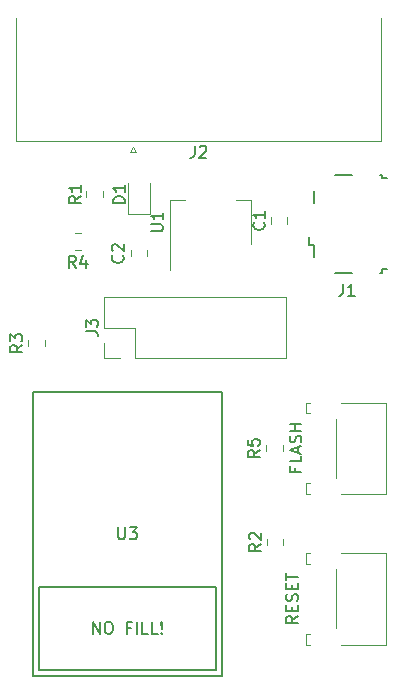
<source format=gbr>
G04 #@! TF.GenerationSoftware,KiCad,Pcbnew,(5.0.2)-1*
G04 #@! TF.CreationDate,2020-03-26T14:30:10-07:00*
G04 #@! TF.ProjectId,RetroWIFI,52657472-6f57-4494-9649-2e6b69636164,rev?*
G04 #@! TF.SameCoordinates,Original*
G04 #@! TF.FileFunction,Legend,Top*
G04 #@! TF.FilePolarity,Positive*
%FSLAX46Y46*%
G04 Gerber Fmt 4.6, Leading zero omitted, Abs format (unit mm)*
G04 Created by KiCad (PCBNEW (5.0.2)-1) date 3/26/2020 2:30:10 PM*
%MOMM*%
%LPD*%
G01*
G04 APERTURE LIST*
%ADD10C,0.200000*%
%ADD11C,0.150000*%
%ADD12C,0.120000*%
G04 APERTURE END LIST*
D10*
X154228571Y-120890476D02*
X154228571Y-121223809D01*
X154752380Y-121223809D02*
X153752380Y-121223809D01*
X153752380Y-120747619D01*
X154752380Y-119890476D02*
X154752380Y-120366666D01*
X153752380Y-120366666D01*
X154466666Y-119604761D02*
X154466666Y-119128571D01*
X154752380Y-119700000D02*
X153752380Y-119366666D01*
X154752380Y-119033333D01*
X154704761Y-118747619D02*
X154752380Y-118604761D01*
X154752380Y-118366666D01*
X154704761Y-118271428D01*
X154657142Y-118223809D01*
X154561904Y-118176190D01*
X154466666Y-118176190D01*
X154371428Y-118223809D01*
X154323809Y-118271428D01*
X154276190Y-118366666D01*
X154228571Y-118557142D01*
X154180952Y-118652380D01*
X154133333Y-118700000D01*
X154038095Y-118747619D01*
X153942857Y-118747619D01*
X153847619Y-118700000D01*
X153800000Y-118652380D01*
X153752380Y-118557142D01*
X153752380Y-118319047D01*
X153800000Y-118176190D01*
X154752380Y-117747619D02*
X153752380Y-117747619D01*
X154228571Y-117747619D02*
X154228571Y-117176190D01*
X154752380Y-117176190D02*
X153752380Y-117176190D01*
X154452380Y-133452380D02*
X153976190Y-133785714D01*
X154452380Y-134023809D02*
X153452380Y-134023809D01*
X153452380Y-133642857D01*
X153500000Y-133547619D01*
X153547619Y-133500000D01*
X153642857Y-133452380D01*
X153785714Y-133452380D01*
X153880952Y-133500000D01*
X153928571Y-133547619D01*
X153976190Y-133642857D01*
X153976190Y-134023809D01*
X153928571Y-133023809D02*
X153928571Y-132690476D01*
X154452380Y-132547619D02*
X154452380Y-133023809D01*
X153452380Y-133023809D01*
X153452380Y-132547619D01*
X154404761Y-132166666D02*
X154452380Y-132023809D01*
X154452380Y-131785714D01*
X154404761Y-131690476D01*
X154357142Y-131642857D01*
X154261904Y-131595238D01*
X154166666Y-131595238D01*
X154071428Y-131642857D01*
X154023809Y-131690476D01*
X153976190Y-131785714D01*
X153928571Y-131976190D01*
X153880952Y-132071428D01*
X153833333Y-132119047D01*
X153738095Y-132166666D01*
X153642857Y-132166666D01*
X153547619Y-132119047D01*
X153500000Y-132071428D01*
X153452380Y-131976190D01*
X153452380Y-131738095D01*
X153500000Y-131595238D01*
X153928571Y-131166666D02*
X153928571Y-130833333D01*
X154452380Y-130690476D02*
X154452380Y-131166666D01*
X153452380Y-131166666D01*
X153452380Y-130690476D01*
X153452380Y-130404761D02*
X153452380Y-129833333D01*
X154452380Y-130119047D02*
X153452380Y-130119047D01*
D11*
G04 #@! TO.C,J1*
X157600000Y-104400000D02*
X159000000Y-104400000D01*
X161400000Y-104400000D02*
X161550000Y-104400000D01*
X161550000Y-104400000D02*
X161550000Y-104100000D01*
X161550000Y-104100000D02*
X162000000Y-104100000D01*
X162000000Y-96400000D02*
X161550000Y-96400000D01*
X161550000Y-96400000D02*
X161550000Y-96100000D01*
X161550000Y-96100000D02*
X161400000Y-96100000D01*
X159000000Y-96100000D02*
X157600000Y-96100000D01*
X155425000Y-101325000D02*
X155425000Y-102050000D01*
X155425000Y-102050000D02*
X155850000Y-102050000D01*
X155850000Y-102050000D02*
X155850000Y-103050000D01*
X155850000Y-98450000D02*
X155850000Y-97450000D01*
D12*
G04 #@! TO.C,C1*
X152140000Y-100221078D02*
X152140000Y-99703922D01*
X153560000Y-100221078D02*
X153560000Y-99703922D01*
G04 #@! TO.C,C2*
X140290000Y-102428922D02*
X140290000Y-102946078D01*
X141710000Y-102428922D02*
X141710000Y-102946078D01*
G04 #@! TO.C,D1*
X140040000Y-96750000D02*
X140040000Y-99435000D01*
X140040000Y-99435000D02*
X141960000Y-99435000D01*
X141960000Y-99435000D02*
X141960000Y-96750000D01*
G04 #@! TO.C,J2*
X161525000Y-82780000D02*
X161525000Y-93260000D01*
X161525000Y-93260000D02*
X130555000Y-93260000D01*
X130555000Y-93260000D02*
X130555000Y-82780000D01*
X140750000Y-94154338D02*
X140250000Y-94154338D01*
X140250000Y-94154338D02*
X140500000Y-93721325D01*
X140500000Y-93721325D02*
X140750000Y-94154338D01*
G04 #@! TO.C,R1*
X137960000Y-97988578D02*
X137960000Y-97471422D01*
X136540000Y-97988578D02*
X136540000Y-97471422D01*
G04 #@! TO.C,R2*
X151790000Y-127446078D02*
X151790000Y-126928922D01*
X153210000Y-127446078D02*
X153210000Y-126928922D01*
G04 #@! TO.C,R3*
X131590000Y-110621078D02*
X131590000Y-110103922D01*
X133010000Y-110621078D02*
X133010000Y-110103922D01*
G04 #@! TO.C,R4*
X135553922Y-101040000D02*
X136071078Y-101040000D01*
X135553922Y-102460000D02*
X136071078Y-102460000D01*
G04 #@! TO.C,R5*
X151727500Y-118991422D02*
X151727500Y-119508578D01*
X153147500Y-118991422D02*
X153147500Y-119508578D01*
D11*
G04 #@! TO.C,U3*
X147500000Y-138000000D02*
X132500000Y-138000000D01*
X132500000Y-138000000D02*
X132500000Y-131000000D01*
X132500000Y-131000000D02*
X147500000Y-131000000D01*
X147500000Y-131000000D02*
X147500000Y-138000000D01*
X148000000Y-138500000D02*
X132000000Y-138500000D01*
X132000000Y-138500000D02*
X132000000Y-114500000D01*
X132000000Y-114500000D02*
X148000000Y-114500000D01*
X148000000Y-114500000D02*
X148000000Y-138500000D01*
D12*
G04 #@! TO.C,U1*
X150460000Y-98190000D02*
X149200000Y-98190000D01*
X143640000Y-98190000D02*
X144900000Y-98190000D01*
X150460000Y-101950000D02*
X150460000Y-98190000D01*
X143640000Y-104200000D02*
X143640000Y-98190000D01*
G04 #@! TO.C,J3*
X153430000Y-111630000D02*
X153430000Y-106430000D01*
X140670000Y-111630000D02*
X153430000Y-111630000D01*
X138070000Y-106430000D02*
X153430000Y-106430000D01*
X140670000Y-111630000D02*
X140670000Y-109030000D01*
X140670000Y-109030000D02*
X138070000Y-109030000D01*
X138070000Y-109030000D02*
X138070000Y-106430000D01*
X139400000Y-111630000D02*
X138070000Y-111630000D01*
X138070000Y-111630000D02*
X138070000Y-110300000D01*
G04 #@! TO.C,SW1*
X155130000Y-134980000D02*
X155480000Y-134980000D01*
X155130000Y-135870000D02*
X155130000Y-134980000D01*
X155430000Y-135870000D02*
X155130000Y-135870000D01*
X158070000Y-135870000D02*
X161920000Y-135870000D01*
X161920000Y-135870000D02*
X161920000Y-128130000D01*
X161920000Y-128130000D02*
X158070000Y-128130000D01*
X157680000Y-129510000D02*
X157680000Y-134490000D01*
X155130000Y-129020000D02*
X155130000Y-128130000D01*
X155130000Y-129020000D02*
X155480000Y-129020000D01*
X155430000Y-128130000D02*
X155130000Y-128130000D01*
G04 #@! TO.C,SW2*
X155430000Y-115380000D02*
X155130000Y-115380000D01*
X155130000Y-116270000D02*
X155480000Y-116270000D01*
X155130000Y-116270000D02*
X155130000Y-115380000D01*
X157680000Y-116760000D02*
X157680000Y-121740000D01*
X161920000Y-115380000D02*
X158070000Y-115380000D01*
X161920000Y-123120000D02*
X161920000Y-115380000D01*
X158070000Y-123120000D02*
X161920000Y-123120000D01*
X155430000Y-123120000D02*
X155130000Y-123120000D01*
X155130000Y-123120000D02*
X155130000Y-122230000D01*
X155130000Y-122230000D02*
X155480000Y-122230000D01*
G04 #@! TO.C,J1*
D11*
X158266666Y-105352380D02*
X158266666Y-106066666D01*
X158219047Y-106209523D01*
X158123809Y-106304761D01*
X157980952Y-106352380D01*
X157885714Y-106352380D01*
X159266666Y-106352380D02*
X158695238Y-106352380D01*
X158980952Y-106352380D02*
X158980952Y-105352380D01*
X158885714Y-105495238D01*
X158790476Y-105590476D01*
X158695238Y-105638095D01*
G04 #@! TO.C,C1*
X151557142Y-100129166D02*
X151604761Y-100176785D01*
X151652380Y-100319642D01*
X151652380Y-100414880D01*
X151604761Y-100557738D01*
X151509523Y-100652976D01*
X151414285Y-100700595D01*
X151223809Y-100748214D01*
X151080952Y-100748214D01*
X150890476Y-100700595D01*
X150795238Y-100652976D01*
X150700000Y-100557738D01*
X150652380Y-100414880D01*
X150652380Y-100319642D01*
X150700000Y-100176785D01*
X150747619Y-100129166D01*
X151652380Y-99176785D02*
X151652380Y-99748214D01*
X151652380Y-99462500D02*
X150652380Y-99462500D01*
X150795238Y-99557738D01*
X150890476Y-99652976D01*
X150938095Y-99748214D01*
G04 #@! TO.C,C2*
X139607142Y-102916666D02*
X139654761Y-102964285D01*
X139702380Y-103107142D01*
X139702380Y-103202380D01*
X139654761Y-103345238D01*
X139559523Y-103440476D01*
X139464285Y-103488095D01*
X139273809Y-103535714D01*
X139130952Y-103535714D01*
X138940476Y-103488095D01*
X138845238Y-103440476D01*
X138750000Y-103345238D01*
X138702380Y-103202380D01*
X138702380Y-103107142D01*
X138750000Y-102964285D01*
X138797619Y-102916666D01*
X138797619Y-102535714D02*
X138750000Y-102488095D01*
X138702380Y-102392857D01*
X138702380Y-102154761D01*
X138750000Y-102059523D01*
X138797619Y-102011904D01*
X138892857Y-101964285D01*
X138988095Y-101964285D01*
X139130952Y-102011904D01*
X139702380Y-102583333D01*
X139702380Y-101964285D01*
G04 #@! TO.C,D1*
X139802380Y-98488095D02*
X138802380Y-98488095D01*
X138802380Y-98250000D01*
X138850000Y-98107142D01*
X138945238Y-98011904D01*
X139040476Y-97964285D01*
X139230952Y-97916666D01*
X139373809Y-97916666D01*
X139564285Y-97964285D01*
X139659523Y-98011904D01*
X139754761Y-98107142D01*
X139802380Y-98250000D01*
X139802380Y-98488095D01*
X139802380Y-96964285D02*
X139802380Y-97535714D01*
X139802380Y-97250000D02*
X138802380Y-97250000D01*
X138945238Y-97345238D01*
X139040476Y-97440476D01*
X139088095Y-97535714D01*
G04 #@! TO.C,J2*
X145706666Y-93652380D02*
X145706666Y-94366666D01*
X145659047Y-94509523D01*
X145563809Y-94604761D01*
X145420952Y-94652380D01*
X145325714Y-94652380D01*
X146135238Y-93747619D02*
X146182857Y-93700000D01*
X146278095Y-93652380D01*
X146516190Y-93652380D01*
X146611428Y-93700000D01*
X146659047Y-93747619D01*
X146706666Y-93842857D01*
X146706666Y-93938095D01*
X146659047Y-94080952D01*
X146087619Y-94652380D01*
X146706666Y-94652380D01*
G04 #@! TO.C,R1*
X136052380Y-97896666D02*
X135576190Y-98230000D01*
X136052380Y-98468095D02*
X135052380Y-98468095D01*
X135052380Y-98087142D01*
X135100000Y-97991904D01*
X135147619Y-97944285D01*
X135242857Y-97896666D01*
X135385714Y-97896666D01*
X135480952Y-97944285D01*
X135528571Y-97991904D01*
X135576190Y-98087142D01*
X135576190Y-98468095D01*
X136052380Y-96944285D02*
X136052380Y-97515714D01*
X136052380Y-97230000D02*
X135052380Y-97230000D01*
X135195238Y-97325238D01*
X135290476Y-97420476D01*
X135338095Y-97515714D01*
G04 #@! TO.C,R2*
X151302380Y-127354166D02*
X150826190Y-127687500D01*
X151302380Y-127925595D02*
X150302380Y-127925595D01*
X150302380Y-127544642D01*
X150350000Y-127449404D01*
X150397619Y-127401785D01*
X150492857Y-127354166D01*
X150635714Y-127354166D01*
X150730952Y-127401785D01*
X150778571Y-127449404D01*
X150826190Y-127544642D01*
X150826190Y-127925595D01*
X150397619Y-126973214D02*
X150350000Y-126925595D01*
X150302380Y-126830357D01*
X150302380Y-126592261D01*
X150350000Y-126497023D01*
X150397619Y-126449404D01*
X150492857Y-126401785D01*
X150588095Y-126401785D01*
X150730952Y-126449404D01*
X151302380Y-127020833D01*
X151302380Y-126401785D01*
G04 #@! TO.C,R3*
X131102380Y-110529166D02*
X130626190Y-110862500D01*
X131102380Y-111100595D02*
X130102380Y-111100595D01*
X130102380Y-110719642D01*
X130150000Y-110624404D01*
X130197619Y-110576785D01*
X130292857Y-110529166D01*
X130435714Y-110529166D01*
X130530952Y-110576785D01*
X130578571Y-110624404D01*
X130626190Y-110719642D01*
X130626190Y-111100595D01*
X130102380Y-110195833D02*
X130102380Y-109576785D01*
X130483333Y-109910119D01*
X130483333Y-109767261D01*
X130530952Y-109672023D01*
X130578571Y-109624404D01*
X130673809Y-109576785D01*
X130911904Y-109576785D01*
X131007142Y-109624404D01*
X131054761Y-109672023D01*
X131102380Y-109767261D01*
X131102380Y-110052976D01*
X131054761Y-110148214D01*
X131007142Y-110195833D01*
G04 #@! TO.C,R4*
X135645833Y-103952380D02*
X135312500Y-103476190D01*
X135074404Y-103952380D02*
X135074404Y-102952380D01*
X135455357Y-102952380D01*
X135550595Y-103000000D01*
X135598214Y-103047619D01*
X135645833Y-103142857D01*
X135645833Y-103285714D01*
X135598214Y-103380952D01*
X135550595Y-103428571D01*
X135455357Y-103476190D01*
X135074404Y-103476190D01*
X136502976Y-103285714D02*
X136502976Y-103952380D01*
X136264880Y-102904761D02*
X136026785Y-103619047D01*
X136645833Y-103619047D01*
G04 #@! TO.C,R5*
X151202380Y-119416666D02*
X150726190Y-119750000D01*
X151202380Y-119988095D02*
X150202380Y-119988095D01*
X150202380Y-119607142D01*
X150250000Y-119511904D01*
X150297619Y-119464285D01*
X150392857Y-119416666D01*
X150535714Y-119416666D01*
X150630952Y-119464285D01*
X150678571Y-119511904D01*
X150726190Y-119607142D01*
X150726190Y-119988095D01*
X150202380Y-118511904D02*
X150202380Y-118988095D01*
X150678571Y-119035714D01*
X150630952Y-118988095D01*
X150583333Y-118892857D01*
X150583333Y-118654761D01*
X150630952Y-118559523D01*
X150678571Y-118511904D01*
X150773809Y-118464285D01*
X151011904Y-118464285D01*
X151107142Y-118511904D01*
X151154761Y-118559523D01*
X151202380Y-118654761D01*
X151202380Y-118892857D01*
X151154761Y-118988095D01*
X151107142Y-119035714D01*
G04 #@! TO.C,U3*
X139238095Y-125952380D02*
X139238095Y-126761904D01*
X139285714Y-126857142D01*
X139333333Y-126904761D01*
X139428571Y-126952380D01*
X139619047Y-126952380D01*
X139714285Y-126904761D01*
X139761904Y-126857142D01*
X139809523Y-126761904D01*
X139809523Y-125952380D01*
X140190476Y-125952380D02*
X140809523Y-125952380D01*
X140476190Y-126333333D01*
X140619047Y-126333333D01*
X140714285Y-126380952D01*
X140761904Y-126428571D01*
X140809523Y-126523809D01*
X140809523Y-126761904D01*
X140761904Y-126857142D01*
X140714285Y-126904761D01*
X140619047Y-126952380D01*
X140333333Y-126952380D01*
X140238095Y-126904761D01*
X140190476Y-126857142D01*
X137095238Y-134952380D02*
X137095238Y-133952380D01*
X137666666Y-134952380D01*
X137666666Y-133952380D01*
X138333333Y-133952380D02*
X138523809Y-133952380D01*
X138619047Y-134000000D01*
X138714285Y-134095238D01*
X138761904Y-134285714D01*
X138761904Y-134619047D01*
X138714285Y-134809523D01*
X138619047Y-134904761D01*
X138523809Y-134952380D01*
X138333333Y-134952380D01*
X138238095Y-134904761D01*
X138142857Y-134809523D01*
X138095238Y-134619047D01*
X138095238Y-134285714D01*
X138142857Y-134095238D01*
X138238095Y-134000000D01*
X138333333Y-133952380D01*
X140285714Y-134428571D02*
X139952380Y-134428571D01*
X139952380Y-134952380D02*
X139952380Y-133952380D01*
X140428571Y-133952380D01*
X140809523Y-134952380D02*
X140809523Y-133952380D01*
X141761904Y-134952380D02*
X141285714Y-134952380D01*
X141285714Y-133952380D01*
X142571428Y-134952380D02*
X142095238Y-134952380D01*
X142095238Y-133952380D01*
X142904761Y-134857142D02*
X142952380Y-134904761D01*
X142904761Y-134952380D01*
X142857142Y-134904761D01*
X142904761Y-134857142D01*
X142904761Y-134952380D01*
X142904761Y-134571428D02*
X142857142Y-134000000D01*
X142904761Y-133952380D01*
X142952380Y-134000000D01*
X142904761Y-134571428D01*
X142904761Y-133952380D01*
G04 #@! TO.C,U1*
X142002380Y-100861904D02*
X142811904Y-100861904D01*
X142907142Y-100814285D01*
X142954761Y-100766666D01*
X143002380Y-100671428D01*
X143002380Y-100480952D01*
X142954761Y-100385714D01*
X142907142Y-100338095D01*
X142811904Y-100290476D01*
X142002380Y-100290476D01*
X143002380Y-99290476D02*
X143002380Y-99861904D01*
X143002380Y-99576190D02*
X142002380Y-99576190D01*
X142145238Y-99671428D01*
X142240476Y-99766666D01*
X142288095Y-99861904D01*
G04 #@! TO.C,J3*
X136522380Y-109363333D02*
X137236666Y-109363333D01*
X137379523Y-109410952D01*
X137474761Y-109506190D01*
X137522380Y-109649047D01*
X137522380Y-109744285D01*
X136522380Y-108982380D02*
X136522380Y-108363333D01*
X136903333Y-108696666D01*
X136903333Y-108553809D01*
X136950952Y-108458571D01*
X136998571Y-108410952D01*
X137093809Y-108363333D01*
X137331904Y-108363333D01*
X137427142Y-108410952D01*
X137474761Y-108458571D01*
X137522380Y-108553809D01*
X137522380Y-108839523D01*
X137474761Y-108934761D01*
X137427142Y-108982380D01*
G04 #@! TD*
M02*

</source>
